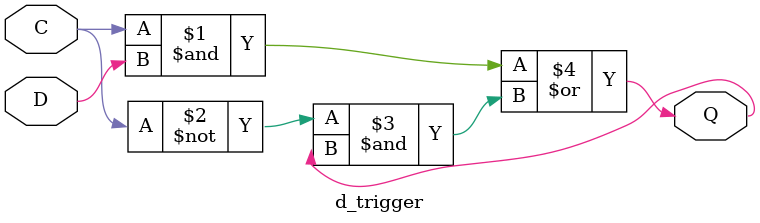
<source format=v>
`timescale 1ns / 1ps
module d_trigger(
input D, C,
output Q
    );
assign Q = (C & D) | (~C & Q);  
endmodule

</source>
